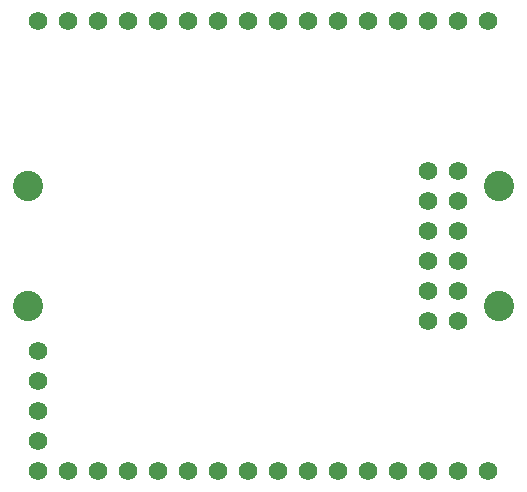
<source format=gbs>
%TF.GenerationSoftware,KiCad,Pcbnew,5.1.6-c6e7f7d~87~ubuntu18.04.1*%
%TF.CreationDate,2020-07-14T09:50:44-04:00*%
%TF.ProjectId,ta-expt,74612d65-7870-4742-9e6b-696361645f70,rev?*%
%TF.SameCoordinates,Original*%
%TF.FileFunction,Soldermask,Bot*%
%TF.FilePolarity,Negative*%
%FSLAX46Y46*%
G04 Gerber Fmt 4.6, Leading zero omitted, Abs format (unit mm)*
G04 Created by KiCad (PCBNEW 5.1.6-c6e7f7d~87~ubuntu18.04.1) date 2020-07-14 09:50:44*
%MOMM*%
%LPD*%
G01*
G04 APERTURE LIST*
%ADD10C,1.565400*%
%ADD11C,2.565400*%
G04 APERTURE END LIST*
D10*
%TO.C,J3*%
X135950000Y-124510000D03*
X135950000Y-121970000D03*
X135950000Y-119430000D03*
X135950000Y-116890000D03*
%TD*%
%TO.C,J1*%
X174050000Y-88950000D03*
X171510000Y-88950000D03*
X168970000Y-88950000D03*
X166430000Y-88950000D03*
X163890000Y-88950000D03*
X161350000Y-88950000D03*
X158810000Y-88950000D03*
X156270000Y-88950000D03*
X153730000Y-88950000D03*
X151190000Y-88950000D03*
X148650000Y-88950000D03*
X146110000Y-88950000D03*
X143570000Y-88950000D03*
X141030000Y-88950000D03*
X138490000Y-88950000D03*
X135950000Y-88950000D03*
%TD*%
%TO.C,J2*%
X174050000Y-127050000D03*
X171510000Y-127050000D03*
X168970000Y-127050000D03*
X166430000Y-127050000D03*
X163890000Y-127050000D03*
X161350000Y-127050000D03*
X158810000Y-127050000D03*
X156270000Y-127050000D03*
X153730000Y-127050000D03*
X151190000Y-127050000D03*
X148650000Y-127050000D03*
X146110000Y-127050000D03*
X143570000Y-127050000D03*
X141030000Y-127050000D03*
X138490000Y-127050000D03*
X135950000Y-127050000D03*
%TD*%
%TO.C,J4*%
X168970000Y-101650000D03*
X171510000Y-101650000D03*
X168970000Y-104190000D03*
X171510000Y-104190000D03*
X168970000Y-106730000D03*
X171510000Y-106730000D03*
X168970000Y-109270000D03*
X171510000Y-109270000D03*
X168970000Y-111810000D03*
X171510000Y-111810000D03*
X168970000Y-114350000D03*
X171510000Y-114350000D03*
%TD*%
D11*
%TO.C,J5*%
X174960000Y-113080000D03*
X135040000Y-113080000D03*
X174960000Y-102920000D03*
X135040000Y-102920000D03*
%TD*%
M02*

</source>
